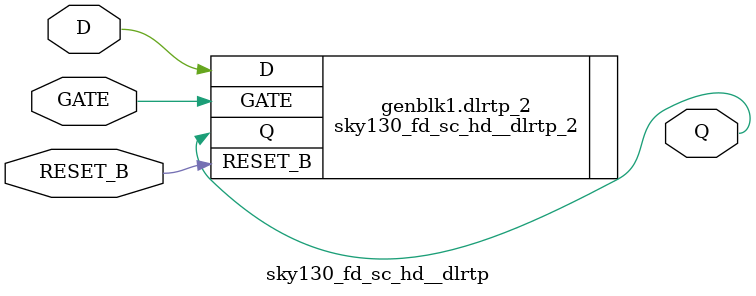
<source format=v>
`default_nettype none

module sky130_fd_sc_hd__dlrtp #(
    parameter integer DRIVE_LEVEL = 2
) (
    Q      ,
    RESET_B,
    D      ,
    GATE
);

    // Module ports
    output Q      ;
    input  RESET_B;
    input  D      ;
    input  GATE   ;

    generate
        if (DRIVE_LEVEL == 2) begin
            sky130_fd_sc_hd__dlrtp_2 dlrtp_2 (
`ifdef USE_POWER_PINS
                .VPWR    (1'b1),
                .VGND    (1'b0),
                .VPB     (1'b1),
                .VNB     (1'b0),
`endif
                .Q       (Q),
                .RESET_B (RESET_B),
                .D       (D),
                .GATE    (GATE)
            );
        end else begin
            // Check sky130 cell library for your requirement and add case
            $error("DRIVE_LEVEL=%d is not implemented", DRIVE_LEVEL);
        end
    endgenerate

endmodule

</source>
